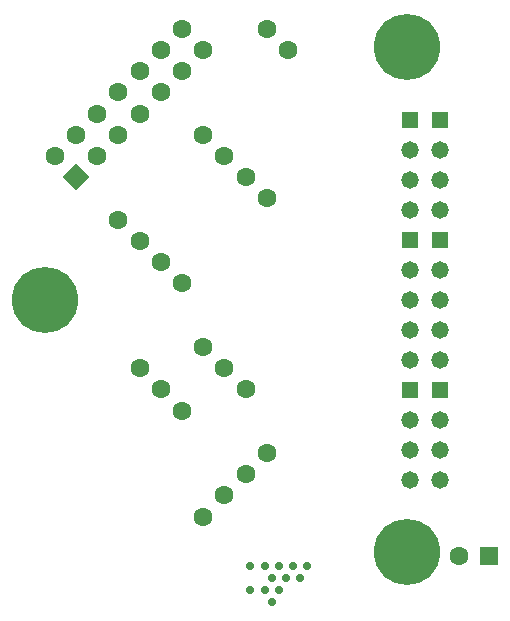
<source format=gbs>
G04*
G04 #@! TF.GenerationSoftware,Altium Limited,Altium Designer,25.1.2 (22)*
G04*
G04 Layer_Color=16711935*
%FSLAX44Y44*%
%MOMM*%
G71*
G04*
G04 #@! TF.SameCoordinates,BCEF5572-1F7E-4207-9204-8C5AED3481CC*
G04*
G04*
G04 #@! TF.FilePolarity,Negative*
G04*
G01*
G75*
%ADD43C,0.7016*%
%ADD44C,1.6016*%
%ADD45P,2.2650X4X90.0*%
%ADD46R,1.4716X1.4716*%
%ADD47C,1.4716*%
%ADD48C,5.6016*%
%ADD49R,1.6016X1.6016*%
D43*
X262145Y54405D02*
D03*
X274145D02*
D03*
X256145Y44405D02*
D03*
X244145D02*
D03*
X250145Y54405D02*
D03*
X238145D02*
D03*
X226145D02*
D03*
X268145Y44405D02*
D03*
X226145Y33905D02*
D03*
X244145Y23905D02*
D03*
X250145Y33905D02*
D03*
X238145D02*
D03*
D44*
X258137Y491394D02*
D03*
X240177Y509354D02*
D03*
X60571Y401591D02*
D03*
X96493D02*
D03*
X78532Y419552D02*
D03*
X114453D02*
D03*
X96493Y437512D02*
D03*
X132414D02*
D03*
X114453Y455473D02*
D03*
X150374D02*
D03*
X132414Y473433D02*
D03*
X168335D02*
D03*
X150374Y491394D02*
D03*
X186295D02*
D03*
X168335Y509354D02*
D03*
X240177Y365670D02*
D03*
X222216Y383630D02*
D03*
X204256Y401591D02*
D03*
X186295Y419552D02*
D03*
X114453Y347710D02*
D03*
X132414Y329749D02*
D03*
X150374Y311789D02*
D03*
X168335Y293828D02*
D03*
X222216Y204025D02*
D03*
X204256Y221986D02*
D03*
X186295Y239946D02*
D03*
X168335Y186065D02*
D03*
X150374Y204025D02*
D03*
X132414Y221986D02*
D03*
X240177Y150144D02*
D03*
X222216Y132183D02*
D03*
X204256Y114223D02*
D03*
X186295Y96262D02*
D03*
X402798Y62779D02*
D03*
D45*
X78532Y383630D02*
D03*
D46*
X386470Y203800D02*
D03*
X361070D02*
D03*
Y432400D02*
D03*
X386470D02*
D03*
Y330800D02*
D03*
X361065D02*
D03*
D47*
X386470Y178400D02*
D03*
Y153000D02*
D03*
Y127600D02*
D03*
X361070Y178400D02*
D03*
Y153000D02*
D03*
Y127600D02*
D03*
Y407000D02*
D03*
Y381600D02*
D03*
Y356200D02*
D03*
X386470Y407000D02*
D03*
Y381600D02*
D03*
Y356200D02*
D03*
Y229200D02*
D03*
Y254600D02*
D03*
Y280000D02*
D03*
Y305400D02*
D03*
X361070Y229200D02*
D03*
Y254600D02*
D03*
Y280000D02*
D03*
Y305400D02*
D03*
D48*
X358374Y493574D02*
D03*
X358370Y66426D02*
D03*
X52500Y280000D02*
D03*
D49*
X428198Y62779D02*
D03*
M02*

</source>
